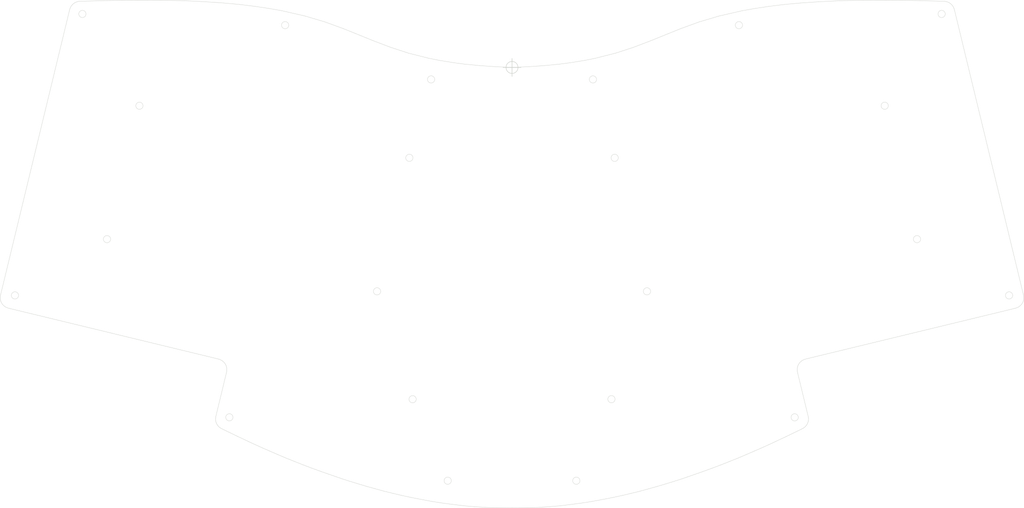
<source format=kicad_pcb>
(kicad_pcb (version 20211014) (generator pcbnew)

  (general
    (thickness 1.6)
  )

  (paper "A4")
  (layers
    (0 "F.Cu" signal)
    (31 "B.Cu" signal)
    (32 "B.Adhes" user "B.Adhesive")
    (33 "F.Adhes" user "F.Adhesive")
    (34 "B.Paste" user)
    (35 "F.Paste" user)
    (36 "B.SilkS" user "B.Silkscreen")
    (37 "F.SilkS" user "F.Silkscreen")
    (38 "B.Mask" user)
    (39 "F.Mask" user)
    (40 "Dwgs.User" user "User.Drawings")
    (41 "Cmts.User" user "User.Comments")
    (42 "Eco1.User" user "User.Eco1")
    (43 "Eco2.User" user "User.Eco2")
    (44 "Edge.Cuts" user)
    (45 "Margin" user)
    (46 "B.CrtYd" user "B.Courtyard")
    (47 "F.CrtYd" user "F.Courtyard")
    (48 "B.Fab" user)
    (49 "F.Fab" user)
    (50 "User.1" user)
    (51 "User.2" user)
    (52 "User.3" user)
    (53 "User.4" user)
    (54 "User.5" user)
    (55 "User.6" user)
    (56 "User.7" user)
    (57 "User.8" user)
    (58 "User.9" user)
  )

  (setup
    (pad_to_mask_clearance 0)
    (pcbplotparams
      (layerselection 0x00010fc_ffffffff)
      (disableapertmacros false)
      (usegerberextensions false)
      (usegerberattributes true)
      (usegerberadvancedattributes true)
      (creategerberjobfile true)
      (svguseinch false)
      (svgprecision 6)
      (excludeedgelayer true)
      (plotframeref false)
      (viasonmask false)
      (mode 1)
      (useauxorigin false)
      (hpglpennumber 1)
      (hpglpenspeed 20)
      (hpglpendiameter 15.000000)
      (dxfpolygonmode true)
      (dxfimperialunits true)
      (dxfusepcbnewfont true)
      (psnegative false)
      (psa4output false)
      (plotreference true)
      (plotvalue true)
      (plotinvisibletext false)
      (sketchpadsonfab false)
      (subtractmaskfromsilk false)
      (outputformat 1)
      (mirror false)
      (drillshape 1)
      (scaleselection 1)
      (outputdirectory "")
    )
  )

  (net 0 "")

  (gr_circle (center 120.009792 58.721568) (end 120.809791 59.321566) (layer "Edge.Cuts") (width 0.1) (fill none) (tstamp 00900888-df40-42d2-9a20-2a47b60bff0c))
  (gr_line (start 168.15319 154.431166) (end 165.86319 154.741166) (layer "Edge.Cuts") (width 0.1) (tstamp 018ccb75-05cb-41b7-bfc0-ad0e728163e3))
  (gr_circle (center 70.08319 130.701166) (end 70.88319 131.301166) (layer "Edge.Cuts") (width 0.1) (fill none) (tstamp 0232f8a2-8b90-494f-aecd-cdacc3ee32e8))
  (gr_line (start 96.54319 21.011166) (end 101.71319 22.891166) (layer "Edge.Cuts") (width 0.1) (tstamp 0235faee-fa11-4591-aabd-d8df60d6a7c9))
  (gr_line (start 66.30319 131.751166) (end 66.25319 131.491166) (layer "Edge.Cuts") (width 0.1) (tstamp 024c084a-5491-477b-aaaa-12fcc1f15fe7))
  (gr_line (start 135.21319 32.721166) (end 139.46319 33.131166) (layer "Edge.Cuts") (width 0.1) (tstamp 03e1b83f-5518-4f0e-b8e9-08c10417b3eb))
  (gr_line (start 97.62319 146.471166) (end 95.58319 145.761166) (layer "Edge.Cuts") (width 0.1) (tstamp 0484dc1c-c9f7-4ff7-a23a-ef898e9f9911))
  (gr_line (start 106.05319 149.231166) (end 103.35319 148.401166) (layer "Edge.Cuts") (width 0.1) (tstamp 0598677e-5272-4fe4-ab2b-606a282c2191))
  (gr_line (start 261.65319 15.121166) (end 268.47319 15.311166) (layer "Edge.Cuts") (width 0.1) (tstamp 05d6f052-325e-4e96-980e-d05926936f24))
  (gr_line (start 128.81319 154.431166) (end 126.31319 154.041166) (layer "Edge.Cuts") (width 0.1) (tstamp 064f0d56-524d-47ae-91d9-e065978a6ec1))
  (gr_line (start 199.34319 146.471166) (end 197.06319 147.261166) (layer "Edge.Cuts") (width 0.1) (tstamp 0659af77-1173-44d9-b8d5-b194e12027e5))
  (gr_line (start 7.70319 99.901166) (end 7.37319 99.601166) (layer "Edge.Cuts") (width 0.1) (tstamp 084064fa-5c53-4f32-a91d-27b324fb57ee))
  (gr_line (start 245.85319 15.001166) (end 252.22319 14.991166) (layer "Edge.Cuts") (width 0.1) (tstamp 086d551a-3675-405b-a3e1-cf21eea2e323))
  (gr_circle (center 226.88319 130.711166) (end 227.68319 131.311166) (layer "Edge.Cuts") (width 0.1) (fill none) (tstamp 088cd417-e5d2-4848-bd46-1d854abc2ce8))
  (gr_line (start 25.90319 17.251166) (end 26.04319 16.911166) (layer "Edge.Cuts") (width 0.1) (tstamp 0b7d6084-4321-4492-bcbd-a6f9bdee4a3a))
  (gr_line (start 208.74319 142.971166) (end 206.46319 143.881166) (layer "Edge.Cuts") (width 0.1) (tstamp 0bb42d5f-b6c6-42ca-959a-9ad340e026e3))
  (gr_line (start 229.81319 133.311166) (end 229.56319 133.511166) (layer "Edge.Cuts") (width 0.1) (tstamp 0bbecc2c-c6df-4e0b-b18c-491364daff18))
  (gr_circle (center 170.93319 36.971166) (end 171.73319 37.571166) (layer "Edge.Cuts") (width 0.1) (fill none) (tstamp 0c12c629-c4ca-4323-b38e-5b2bbb8af401))
  (gr_line (start 44.74319 14.991166) (end 51.11319 15.001166) (layer "Edge.Cuts") (width 0.1) (tstamp 0c5dc45b-6933-4dcd-84a3-a81abd68d432))
  (gr_line (start 161.75319 32.721166) (end 164.53319 32.351166) (layer "Edge.Cuts") (width 0.1) (tstamp 0de8ed92-f5ac-41e6-bbae-90bda83dda6b))
  (gr_line (start 6.92319 99.041166) (end 6.76319 98.721166) (layer "Edge.Cuts") (width 0.1) (tstamp 0e19e229-8e92-43f6-81fc-6d7ce491897b))
  (gr_line (start 289.59319 99.601166) (end 289.26319 99.901166) (layer "Edge.Cuts") (width 0.1) (tstamp 0e9bc97a-3ef4-4637-a9e7-77a13a5ce63f))
  (gr_line (start 68.83319 115.741166) (end 68.64319 115.511166) (layer "Edge.Cuts") (width 0.1) (tstamp 0ed1b89e-8745-4497-9abe-57d7202639db))
  (gr_line (start 148.48319 155.825166) (end 147.30319 155.831166) (layer "Edge.Cuts") (width 0.1) (tstamp 0f170552-9fbf-4744-8683-543fb15c4ae3))
  (gr_line (start 227.86319 116.201166) (end 227.75319 116.481166) (layer "Edge.Cuts") (width 0.1) (tstamp 10c57f7b-ebbd-4b42-a69c-b3e51b001af2))
  (gr_line (start 230.65319 130.511166) (end 230.70319 130.801166) (layer "Edge.Cuts") (width 0.1) (tstamp 11a257e2-3510-4753-9a4c-f649ff5f5d63))
  (gr_line (start 8.81319 100.421166) (end 8.44319 100.311166) (layer "Edge.Cuts") (width 0.1) (tstamp 13e436be-ef1f-48b0-bb22-3973a8be163b))
  (gr_line (start 230.33319 132.631166) (end 230.18319 132.861166) (layer "Edge.Cuts") (width 0.1) (tstamp 143b1df1-507b-41b7-a4c7-2e7909d5d803))
  (gr_line (start 186.89319 26.271166) (end 191.87319 24.251166) (layer "Edge.Cuts") (width 0.1) (tstamp 155fbd2e-150f-4ae6-a858-e730fa715af4))
  (gr_line (start 128.32319 31.691166) (end 132.43319 32.351166) (layer "Edge.Cuts") (width 0.1) (tstamp 18d30a6f-7361-467d-9533-a3f52b5792d9))
  (gr_line (start 270.75319 16.631166) (end 270.92319 16.911166) (layer "Edge.Cuts") (width 0.1) (tstamp 18e79758-5ebb-40ee-a7f8-014156659ffd))
  (gr_line (start 112.94319 151.181166) (end 110.45319 150.491166) (layer "Edge.Cuts") (width 0.1) (tstamp 19944280-2cd6-48cd-be82-c435ead804be))
  (gr_line (start 28.11319 15.361166) (end 28.49319 15.311166) (layer "Edge.Cuts") (width 0.1) (tstamp 19eac6f1-c746-4992-9e78-6dd77f936d58))
  (gr_line (start 95.58319 145.761166) (end 92.97319 144.811166) (layer "Edge.Cuts") (width 0.1) (tstamp 1aea5caa-2b22-47f8-b2a3-0576cef2f055))
  (gr_line (start 228.13319 115.741166) (end 227.98319 116.001166) (layer "Edge.Cuts") (width 0.1) (tstamp 1b4a7720-c2f5-4b53-b5fc-e478df849654))
  (gr_line (start 176.46319 152.931166) (end 174.60319 153.301166) (layer "Edge.Cuts") (width 0.1) (tstamp 1c48d1a6-d468-41e3-836b-6bc046661e3c))
  (gr_line (start 215.94319 17.281166) (end 219.73319 16.711166) (layer "Edge.Cuts") (width 0.1) (tstamp 1e629f7e-2af8-4596-a139-6690284d1539))
  (gr_line (start 69.30319 116.811166) (end 69.21319 116.481166) (layer "Edge.Cuts") (width 0.1) (tstamp 1f664f0c-7036-4e56-b444-de28662232b4))
  (gr_line (start 217.46319 139.301166) (end 215.72319 140.051166) (layer "Edge.Cuts") (width 0.1) (tstamp 1fc5c810-9a83-4741-9b69-48cb7d7585da))
  (gr_line (start 114.81319 28.071166) (end 119.75319 29.681166) (layer "Edge.Cuts") (width 0.1) (tstamp 1feae217-1d71-4844-9474-f37767f13e6c))
  (gr_line (start 289.83319 99.351166) (end 289.59319 99.601166) (layer "Edge.Cuts") (width 0.1) (tstamp 2010c88f-7b27-4d9b-9dfe-c67dc5fe4348))
  (gr_line (start 229.77319 114.571166) (end 229.37319 114.721166) (layer "Edge.Cuts") (width 0.1) (tstamp 216ed914-8e25-45ae-be3f-b1521b0a9242))
  (gr_line (start 99.90319 147.261166) (end 97.62319 146.471166) (layer "Edge.Cuts") (width 0.1) (tstamp 24d20a7d-c0ed-4f53-8c3d-0c655e1ebdd0))
  (gr_circle (center 126.03319 36.971166) (end 126.83319 37.571166) (layer "Edge.Cuts") (width 0.1) (fill none) (tstamp 2640aecc-3f14-4f59-9c2e-b16a0cb93f44))
  (gr_line (start 186.51319 150.491166) (end 184.02319 151.181166) (layer "Edge.Cuts") (width 0.1) (tstamp 273cff59-d8a7-4569-b0d9-51b02388e0c0))
  (gr_line (start 195.56319 147.781166) (end 193.61319 148.401166) (layer "Edge.Cuts") (width 0.1) (tstamp 2817eb8f-3fc7-40fe-809d-49de460cf7d9))
  (gr_line (start 205.88319 19.391166) (end 212.30319 17.921166) (layer "Edge.Cuts") (width 0.1) (tstamp 2899a03e-52cb-4083-a877-655993f2b835))
  (gr_line (start 184.02319 151.181166) (end 181.41319 151.821166) (layer "Edge.Cuts") (width 0.1) (tstamp 29b9779c-db0b-4421-bc21-bc39e3f26c05))
  (gr_line (start 230.71319 131.491166) (end 230.66319 131.751166) (layer "Edge.Cuts") (width 0.1) (tstamp 2aa8504e-e2b8-4292-a359-760657d57c6b))
  (gr_line (start 8.44319 100.311166) (end 8.05319 100.121166) (layer "Edge.Cuts") (width 0.1) (tstamp 2bfe092a-0f09-45b2-92bc-edeebfec8f50))
  (gr_line (start 69.37319 117.481166) (end 69.35319 117.121166) (layer "Edge.Cuts") (width 0.1) (tstamp 2d6a5931-f48c-4294-bd53-789885a478b1))
  (gr_line (start 66.63319 132.631166) (end 66.48319 132.321166) (layer "Edge.Cuts") (width 0.1) (tstamp 2ff4d309-4ae3-4763-8459-498eef9bc1ef))
  (gr_line (start 110.45319 150.491166) (end 108.21319 149.871166) (layer "Edge.Cuts") (width 0.1) (tstamp 30eaf8cc-da92-4d33-8547-8186824249af))
  (gr_line (start 230.66319 131.751166) (end 230.60319 132.011166) (layer "Edge.Cuts") (width 0.1) (tstamp 31abce8f-4f35-4aa5-8c31-2715fe89a171))
  (gr_line (start 67.15319 133.311166) (end 66.97319 133.101166) (layer "Edge.Cuts") (width 0.1) (tstamp 32b87ce6-09c6-4f74-a1a4-1efa698c33f7))
  (gr_line (start 195.25319 22.891166) (end 200.42319 21.011166) (layer "Edge.Cuts") (width 0.1) (tstamp 330025a8-0c6c-4fb9-9171-2904d1b7e410))
  (gr_line (start 206.46319 143.881166) (end 203.99319 144.811166) (layer "Edge.Cuts") (width 0.1) (tstamp 3559822b-1618-4113-abd9-10ddb41e9bd0))
  (gr_line (start 157.50319 33.131166) (end 161.75319 32.721166) (layer "Edge.Cuts") (width 0.1) (tstamp 356b4bf5-7ec2-4c58-8761-3965aa266ae8))
  (gr_line (start 27.80319 15.441166) (end 28.11319 15.361166) (layer "Edge.Cuts") (width 0.1) (tstamp 364a8df4-5a43-41ba-ac4b-7d11487e3611))
  (gr_line (start 153.13319 33.441166) (end 157.50319 33.131166) (layer "Edge.Cuts") (width 0.1) (tstamp 37968072-4120-49c3-82bc-30739e257550))
  (gr_line (start 252.22319 14.991166) (end 256.68319 15.011166) (layer "Edge.Cuts") (width 0.1) (tstamp 37fb15d2-384f-406a-965a-6d5b6718c9a9))
  (gr_line (start 271.06319 17.251166) (end 271.14319 17.451166) (layer "Edge.Cuts") (width 0.1) (tstamp 382dbb32-6d22-48d5-81e9-f8c5e56cafff))
  (gr_line (start 256.68319 15.011166) (end 261.65319 15.121166) (layer "Edge.Cuts") (width 0.1) (tstamp 39ffa91b-f1f8-4f08-91d6-8c6d91f90ae9))
  (gr_circle (center 111.043592 95.754768) (end 111.843591 96.354766) (layer "Edge.Cuts") (width 0.1) (fill none) (tstamp 3d7dfecb-6d47-4f19-be1a-b7e0d3c73777))
  (gr_line (start 25.72319 17.831166) (end 25.82319 17.451166) (layer "Edge.Cuts") (width 0.1) (tstamp 3fe2fcb1-cdd0-43c4-be72-ab162d8d85cd))
  (gr_line (start 77.23319 16.711166) (end 81.02319 17.281166) (layer "Edge.Cuts") (width 0.1) (tstamp 409c7d19-4131-464f-a42a-1fefe5e09ca1))
  (gr_line (start 181.41319 151.821166) (end 179.12319 152.361166) (layer "Edge.Cuts") (width 0.1) (tstamp 419b7174-6d18-410f-8870-a42cf8464fa5))
  (gr_line (start 270.53319 16.341166) (end 270.75319 16.631166) (layer "Edge.Cuts") (width 0.1) (tstamp 4296b265-d111-4a87-ba7c-5ff3759fb29b))
  (gr_line (start 84.66319 17.921166) (end 91.08319 19.391166) (layer "Edge.Cuts") (width 0.1) (tstamp 43edc6f3-8cd6-43f2-b257-a62b0e9badb8))
  (gr_line (start 66.31319 130.511166) (end 69.25319 118.381166) (layer "Edge.Cuts") (width 0.1) (tstamp 442df40c-99eb-473f-9f9a-ab65e9e6aa43))
  (gr_line (start 66.97319 133.101166) (end 66.78319 132.861166) (layer "Edge.Cuts") (width 0.1) (tstamp 4453ed11-eba5-49cd-8b58-05c385c4ba20))
  (gr_line (start 35.31319 15.121166) (end 40.28319 15.011166) (layer "Edge.Cuts") (width 0.1) (tstamp 452d6a45-5f0e-4273-bc3f-ed22e45b70da))
  (gr_line (start 269.16319 15.441166) (end 269.49319 15.561166) (layer "Edge.Cuts") (width 0.1) (tstamp 470f8621-5129-4545-b4b6-cee02c67f998))
  (gr_line (start 230.70319 130.801166) (end 230.72319 131.091166) (layer "Edge.Cuts") (width 0.1) (tstamp 48330d99-0d39-49ce-aab0-df06224455d8))
  (gr_circle (center 251.861192 44.268968) (end 252.661191 44.868966) (layer "Edge.Cuts") (width 0.1) (fill none) (tstamp 4855be0e-6143-41c4-8c6a-af31e07a81b2))
  (gr_line (start 90.50319 143.881166) (end 88.22319 142.971166) (layer "Edge.Cuts") (width 0.1) (tstamp 4873f97c-1ea6-411c-9328-08e9698c0b99))
  (gr_line (start 288.15319 100.421166) (end 287.78319 100.521166) (layer "Edge.Cuts") (width 0.1) (tstamp 4b29693c-e82e-47c8-ac57-638d942185ea))
  (gr_line (start 290.45319 97.671166) (end 290.40319 98.051166) (layer "Edge.Cuts") (width 0.1) (tstamp 4b524444-d122-4590-bab6-54ca6b1b73e9))
  (gr_line (start 66.78319 132.861166) (end 66.63319 132.631166) (layer "Edge.Cuts") (width 0.1) (tstamp 4b6b0586-d054-43f1-9b6d-71f70594e087))
  (gr_line (start 26.66319 16.111166) (end 26.90319 15.901166) (layer "Edge.Cuts") (width 0.1) (tstamp 4c6e1ed2-ee11-440b-ad9a-d3dbb547e53c))
  (gr_line (start 135.08319 155.241166) (end 131.10319 154.741166) (layer "Edge.Cuts") (width 0.1) (tstamp 4cb7bed2-285d-476c-9b33-48a400e1a120))
  (gr_line (start 288.52319 100.311166) (end 288.15319 100.421166) (layer "Edge.Cuts") (width 0.1) (tstamp 4cce6922-a223-42ee-90b7-ce259f5acfb3))
  (gr_line (start 69.10319 116.201166) (end 68.98319 116.001166) (layer "Edge.Cuts") (width 0.1) (tstamp 4d852b7d-e3d8-46de-af96-65bcffa7e924))
  (gr_line (start 229.00319 133.861166) (end 228.73319 134.001166) (layer "Edge.Cuts") (width 0.1) (tstamp 4dc6bd0d-b056-4c46-949e-041f134c7731))
  (gr_circle (center 211.42319 21.921166) (end 212.22319 22.521166) (layer "Edge.Cuts") (width 0.1) (fill none) (tstamp 4f519fe0-b179-4039-92f8-a7f4755bea0a))
  (gr_line (start 227.59319 117.481166) (end 227.60319 117.771166) (layer "Edge.Cuts") (width 0.1) (tstamp 500ce1bc-ca5e-43c4-abe6-fec723e0a332))
  (gr_line (start 211.18319 142.001166) (end 208.74319 142.971166) (layer "Edge.Cuts") (width 0.1) (tstamp 50512043-1f41-4197-a943-725ae576fff0))
  (gr_line (start 219.73319 16.711166) (end 224.02319 16.181166) (layer "Edge.Cuts") (width 0.1) (tstamp 52c3f55c-ba64-4a31-8a11-5f604847f09c))
  (gr_line (start 191.87319 24.251166) (end 195.25319 22.891166) (layer "Edge.Cuts") (width 0.1) (tstamp 53c4d1b9-c7b2-414d-860d-6eea06f5769b))
  (gr_circle (center 176.956592 58.721568) (end 177.756591 59.321566) (layer "Edge.Cuts") (width 0.1) (fill none) (tstamp 54422535-a3b9-45ca-a1b1-720fc81bc1c7))
  (gr_line (start 67.59319 114.721166) (end 67.19319 114.571166) (layer "Edge.Cuts") (width 0.1) (tstamp 54912690-ec58-4e3a-86e4-52aa1c7f3d40))
  (gr_line (start 131.10319 154.741166) (end 128.81319 154.431166) (layer "Edge.Cuts") (width 0.1) (tstamp 54ba8d5c-ae68-4c61-beb5-d089bda3f8ab))
  (gr_line (start 179.12319 152.361166) (end 176.46319 152.931166) (layer "Edge.Cuts") (width 0.1) (tstamp 54da4f9c-e2d8-4fd0-a0c0-b941c0c38680))
  (gr_line (start 66.36319 132.011166) (end 66.30319 131.751166) (layer "Edge.Cuts") (width 0.1) (tstamp 5613801d-597a-401d-a72e-0c4e6be2a767))
  (gr_line (start 101.71319 22.891166) (end 105.09319 24.251166) (layer "Edge.Cuts") (width 0.1) (tstamp 56a48c2a-7c3a-433b-8b08-a8ba82abfd78))
  (gr_line (start 68.23319 134.001166) (end 67.96319 133.861166) (layer "Edge.Cuts") (width 0.1) (tstamp 5755a2bf-f4e7-41a5-a391-4d88bd5caad3))
  (gr_line (start 143.83319 33.441166) (end 148.48319 33.641166) (layer "Edge.Cuts") (width 0.1) (tstamp 586e0cfe-8225-4c54-a0de-60a15fba3b5a))
  (gr_line (start 154.24319 155.791166) (end 149.66319 155.831166) (layer "Edge.Cuts") (width 0.1) (tstamp 58bf0728-8cea-43ff-b75b-4443205c195d))
  (gr_line (start 91.08319 19.391166) (end 96.54319 21.011166) (layer "Edge.Cuts") (width 0.1) (tstamp 5946362e-dcfa-429a-a61a-569a27ebdbb9))
  (gr_line (start 219.74319 138.271166) (end 217.46319 139.301166) (layer "Edge.Cuts") (width 0.1) (tstamp 59c41765-36b4-4e45-bb5b-df9fdbaca45e))
  (gr_line (start 149.66319 155.831166) (end 148.48319 155.825166) (layer "Edge.Cuts") (width 0.1) (tstamp 5d8b2a30-229c-462c-9067-54bd0eed7674))
  (gr_circle (center 176.06319 125.671166) (end 176.86319 126.271166) (layer "Edge.Cuts") (width 0.1) (fill none) (tstamp 5ff46ab4-7ee8-469a-b840-783c7ec64b9f))
  (gr_circle (center 36.138992 81.276768) (end 36.938991 81.876766) (layer "Edge.Cuts") (width 0.1) (fill none) (tstamp 621b2670-e355-4bd1-b181-99893822ac08))
  (gr_line (start 101.40319 147.781166) (end 99.90319 147.261166) (layer "Edge.Cuts") (width 0.1) (tstamp 62ec81ab-1730-4ee8-8247-e172265d59e5))
  (gr_line (start 115.55319 151.821166) (end 112.94319 151.181166) (layer "Edge.Cuts") (width 0.1) (tstamp 649d0b5f-6e2b-4699-9d3f-febe8f0ca462))
  (gr_line (start 201.38319 145.761166) (end 199.34319 146.471166) (layer "Edge.Cuts") (width 0.1) (tstamp 65eff6c5-93db-4c62-a01a-8fdb9b0ff794))
  (gr_line (start 227.75319 116.481166) (end 227.66319 116.811166) (layer "Edge.Cuts") (width 0.1) (tstamp 6784d819-8e1e-48b8-b66d-79edf3e81091))
  (gr_line (start 125.33319 31.091166) (end 128.32319 31.691166) (layer "Edge.Cuts") (width 0.1) (tstamp 67855197-eeeb-48d8-94af-eec739b9b352))
  (gr_line (start 270.30319 16.111166) (end 270.53319 16.341166) (layer "Edge.Cuts") (width 0.1) (tstamp 69ac0112-8d06-4154-9813-cdbbc1a05ae0))
  (gr_line (start 122.36319 153.301166) (end 120.50319 152.931166) (layer "Edge.Cuts") (width 0.1) (tstamp 6b87a9e2-9e84-42b6-9604-7dd9e71c1ae1))
  (gr_line (start 228.32319 115.511166) (end 228.13319 115.741166) (layer "Edge.Cuts") (width 0.1) (tstamp 6bea0384-1ea5-49c1-ad1c-56c034692115))
  (gr_line (start 27.15319 15.731166) (end 27.47319 15.561166) (layer "Edge.Cuts") (width 0.1) (tstamp 6c4e8f73-0ffd-459e-a72e-5860a2b1dffe))
  (gr_line (start 6.76319 98.721166) (end 6.63319 98.371166) (layer "Edge.Cuts") (width 0.1) (tstamp 6d013a3b-e4d4-482b-8739-8c68ceb488d1))
  (gr_line (start 8.05319 100.121166) (end 7.70319 99.901166) (layer "Edge.Cuts") (width 0.1) (tstamp 6d4a9575-1516-423b-a14f-f9c628ebc8ff))
  (gr_line (start 88.22319 142.971166) (end 85.78319 142.001166) (layer "Edge.Cuts") (width 0.1) (tstamp 6d597709-0790-4cd9-92a1-8d62ee2d8114))
  (gr_line (start 6.51319 97.671166) (end 6.50319 97.341166) (layer "Edge.Cuts") (width 0.1) (tstamp 6ebf23b2-b4c9-488c-9c8d-d62deada28b2))
  (gr_line (start 182.15319 28.071166) (end 186.89319 26.271166) (layer "Edge.Cuts") (width 0.1) (tstamp 71551403-a603-4a2a-8995-f73d204f4fed))
  (gr_line (start 6.56319 98.051166) (end 6.51319 97.671166) (layer "Edge.Cuts") (width 0.1) (tstamp 72e8f123-0bc8-4f5c-8f5e-c042829ee45d))
  (gr_line (start 6.50319 97.341166) (end 6.56319 96.951166) (layer "Edge.Cuts") (width 0.1) (tstamp 7347dd99-e39b-41b9-9302-aad612df25bc))
  (gr_line (start 68.64319 115.511166) (end 68.41319 115.261166) (layer "Edge.Cuts") (width 0.1) (tstamp 73b22a60-71f2-4bb7-9453-6823495ea9cb))
  (gr_line (start 40.28319 15.011166) (end 44.74319 14.991166) (layer "Edge.Cuts") (width 0.1) (tstamp 73fcbce4-35ba-40d5-8430-35a1d334968d))
  (gr_line (start 170.65319 154.041166) (end 168.15319 154.431166) (layer "Edge.Cuts") (width 0.1) (tstamp 74b3edc5-0312-478f-a42f-710e45344702))
  (gr_line (start 132.43319 32.351166) (end 135.21319 32.721166) (layer "Edge.Cuts") (width 0.1) (tstamp 75bef48a-1b13-4ec7-98e4-85880b80e90c))
  (gr_line (start 230.72319 131.091166) (end 230.71319 131.491166) (layer "Edge.Cuts") (width 0.1) (tstamp 77b730e8-e56f-43f3-8f3a-67fea38e8ff5))
  (gr_line (start 288.91319 100.121166) (end 288.52319 100.311166) (layer "Edge.Cuts") (width 0.1) (tstamp 797c4ba9-b4b2-47d0-aa33-4f31aa5191f5))
  (gr_line (start 66.48319 132.321166) (end 66.36319 132.011166) (layer "Edge.Cuts") (width 0.1) (tstamp 7a4b7bca-94d2-4995-8ce6-b3ee85c4fa35))
  (gr_line (start 85.78319 142.001166) (end 83.45319 141.011166) (layer "Edge.Cuts") (width 0.1) (tstamp 7aae25a9-ebd8-4cdc-acd2-3dec1f6b8e99))
  (gr_line (start 229.06319 114.891166) (end 228.78319 115.081166) (layer "Edge.Cuts") (width 0.1) (tstamp 8196a22e-d00b-4984-9abe-42f99fcbceeb))
  (gr_line (start 165.86319 154.741166) (end 161.88319 155.241166) (layer "Edge.Cuts") (width 0.1) (tstamp 81cb6de4-3919-4208-a0ce-2091647d35cf))
  (gr_line (start 227.60319 117.771166) (end 227.65319 118.091166) (layer "Edge.Cuts") (width 0.1) (tstamp 827d6844-31cc-4cf4-8d83-2bd7a9c46354))
  (gr_line (start 230.48319 132.321166) (end 230.33319 132.631166) (layer "Edge.Cuts") (width 0.1) (tstamp 84987e57-c0b0-40c0-aa1e-8eec4c5c7e5c))
  (gr_line (start 6.66319 96.551166) (end 25.72319 17.831166) (layer "Edge.Cuts") (width 0.1) (tstamp 856ed67a-d91c-4e25-b9e2-f18921e63756))
  (gr_line (start 227.65319 118.091166) (end 227.71319 118.381166) (layer "Edge.Cuts") (width 0.1) (tstamp 8662ef8a-d8ce-4610-8d58-93d38a4e6972))
  (gr_line (start 161.88319 155.241166) (end 158.90319 155.481166) (layer "Edge.Cuts") (width 0.1) (tstamp 86765719-105b-45f6-a073-a2da8bfa2b0e))
  (gr_line (start 228.55319 115.261166) (end 228.32319 115.511166) (layer "Edge.Cuts") (width 0.1) (tstamp 86b55312-6768-4c81-b93d-823a41843233))
  (gr_line (start 188.75319 149.871166) (end 186.51319 150.491166) (layer "Edge.Cuts") (width 0.1) (tstamp 8767c5be-d385-4d72-806a-c6064268d86b))
  (gr_line (start 203.99319 144.811166) (end 201.38319 145.761166) (layer "Edge.Cuts") (width 0.1) (tstamp 885ca2a3-5616-4b71-a9f8-89834bdd0ced))
  (gr_line (start 57.56319 15.141166) (end 63.46319 15.431166) (layer "Edge.Cuts") (width 0.1) (tstamp 889b66ac-594d-4b04-9d7e-3f3cc08103b2))
  (gr_line (start 271.24319 17.831166) (end 290.30319 96.551166) (layer "Edge.Cuts") (width 0.1) (tstamp 8aba42dc-0b21-4100-a8a5-f3d64ad10dc3))
  (gr_line (start 72.42319 136.021166) (end 68.23319 134.001166) (layer "Edge.Cuts") (width 0.1) (tstamp 8acee67e-9c73-4009-8858-fbee6b936e23))
  (gr_line (start 110.07319 26.271166) (end 114.81319 28.071166) (layer "Edge.Cuts") (width 0.1) (tstamp 8f1a6389-a847-4c72-9439-db9acfe6bd27))
  (gr_line (start 290.04319 99.041166) (end 289.83319 99.351166) (layer "Edge.Cuts") (width 0.1) (tstamp 927b1825-4529-47b0-837c-c17002aed481))
  (gr_circle (center 267.65319 18.811166) (end 268.45319 19.411166) (layer "Edge.Cuts") (width 0.1) (fill none) (tstamp 96488774-068c-4eb4-ab92-bf54ad4d9b5a))
  (gr_line (start 6.56319 96.951166) (end 6.66319 96.551166) (layer "Edge.Cuts") (width 0.1) (tstamp 974a3e96-d5de-4b14-8a12-7aecd7834b22))
  (gr_line (start 270.06319 15.901166) (end 270.30319 16.111166) (layer "Edge.Cuts") (width 0.1) (tstamp 98b74f30-0494-4a2f-9265-c86fc0354694))
  (gr_line (start 68.41319 115.261166) (end 68.18319 115.081166) (layer "Edge.Cuts") (width 0.1) (tstamp 98c5e956-d23f-4083-ad71-fb3276cfe001))
  (gr_line (start 227.66319 116.811166) (end 227.61319 117.121166) (layer "Edge.Cuts") (width 0.1) (tstamp 99a72be7-b052-45a5-a81c-c01879af864a))
  (gr_line (start 66.26319 130.801166) (end 66.31319 130.511166) (layer "Edge.Cuts") (width 0.1) (tstamp 99a882d5-1531-4506-9405-a3909497324e))
  (gr_line (start 27.47319 15.561166) (end 27.80319 15.441166) (layer "Edge.Cuts") (width 0.1) (tstamp 9a0098c7-0f06-4798-8345-3fab33a41941))
  (gr_line (start 26.43319 16.341166) (end 26.66319 16.111166) (layer "Edge.Cuts") (width 0.1) (tstamp 9d05efa6-c335-40cb-8451-b925832a8438))
  (gr_line (start 79.50319 139.301166) (end 77.22319 138.271166) (layer "Edge.Cuts") (width 0.1) (tstamp 9e43f56a-2dec-478f-9830-a6ed65bf83fd))
  (gr_line (start 290.40319 96.951166) (end 290.46319 97.341166) (layer "Edge.Cuts") (width 0.1) (tstamp 9e6b156b-1061-47ca-be65-060975e31bf4))
  (gr_line (start 271.14319 17.451166) (end 271.24319 17.831166) (layer "Edge.Cuts") (width 0.1) (tstamp a1fae3d4-c177-484f-80dd-30851aaee071))
  (gr_line (start 67.40319 133.511166) (end 67.15319 133.311166) (layer "Edge.Cuts") (width 0.1) (tstamp a2c94c59-b689-4922-a8b9-6d1bdbb295c2))
  (gr_line (start 147.30319 155.831166) (end 142.72319 155.791166) (layer "Edge.Cuts") (width 0.1) (tstamp a34ec77c-3860-4043-8d4f-0330ae944adf))
  (gr_line (start 200.42319 21.011166) (end 205.88319 19.391166) (layer "Edge.Cuts") (width 0.1) (tstamp a6750122-8d9f-4ea1-8f4b-1dab1e1c8c83))
  (gr_line (start 171.63319 31.091166) (end 177.21319 29.681166) (layer "Edge.Cuts") (width 0.1) (tstamp a6edb3c2-82b8-4fa8-9def-683d9c472612))
  (gr_line (start 269.81319 15.731166) (end 270.06319 15.901166) (layer "Edge.Cuts") (width 0.1) (tstamp a815d1f5-2344-45c3-9110-bf7777a198ee))
  (gr_circle (center 130.64319 148.281166) (end 131.44319 148.881166) (layer "Edge.Cuts") (width 0.1) (fill none) (tstamp a838112a-de27-4a90-8d35-e4b3039968fc))
  (gr_line (start 224.54319 136.021166) (end 221.57319 137.421166) (layer "Edge.Cuts") (width 0.1) (tstamp a92188de-a7b3-4755-b4f2-b790a5d37181))
  (gr_line (start 287.78319 100.521166) (end 229.77319 114.571166) (layer "Edge.Cuts") (width 0.1) (tstamp aa464e04-bb96-47b7-b0a7-4f6de1cbfae0))
  (gr_line (start 289.26319 99.901166) (end 288.91319 100.121166) (layer "Edge.Cuts") (width 0.1) (tstamp aab436fa-2cc6-4df8-944f-965fc01e05f4))
  (gr_circle (center 29.31319 18.811166) (end 30.11319 19.411166) (layer "Edge.Cuts") (width 0.1) (fill none) (tstamp ab2c9404-dba8-4d1d-89f1-f8d1ca607eb3))
  (gr_line (start 69.36319 117.771166) (end 69.37319 117.481166) (layer "Edge.Cuts") (width 0.1) (tstamp ab6fdd28-b9ba-4d7b-aed5-0a3e61f235f3))
  (gr_line (start 142.72319 155.791166) (end 138.06319 155.481166) (layer "Edge.Cuts") (width 0.1) (tstamp adfe0dba-7152-4108-8468-d40948163a73))
  (gr_line (start 227.98319 116.001166) (end 227.86319 116.201166) (layer "Edge.Cuts") (width 0.1) (tstamp ae2ecc4b-78db-47a8-9f55-59df638882b3))
  (gr_circle (center 85.54319 21.921166) (end 86.34319 22.521166) (layer "Edge.Cuts") (width 0.1) (fill none) (tstamp af0dfd5d-e211-46f7-9b63-ecfae5a87742))
  (gr_line (start 139.46319 33.131166) (end 143.83319 33.441166) (layer "Edge.Cuts") (width 0.1) (tstamp af7d1a87-7a74-4d47-b439-86ee498a7477))
  (gr_line (start 190.91319 149.231166) (end 188.75319 149.871166) (layer "Edge.Cuts") (width 0.1) (tstamp b0f3d655-5782-479e-a26f-4a0b6ad8db4a))
  (gr_line (start 63.46319 15.431166) (end 68.47319 15.771166) (layer "Edge.Cuts") (width 0.1) (tstamp b3e06061-91ce-459d-abf1-7ffd5ba3d713))
  (gr_line (start 270.92319 16.911166) (end 271.06319 17.251166) (layer "Edge.Cuts") (width 0.1) (tstamp b3ef4f96-b0c6-4369-90c3-7bbb7de67711))
  (gr_line (start 69.25319 118.381166) (end 69.31319 118.091166) (layer "Edge.Cuts") (width 0.1) (tstamp b4295581-cace-452b-8597-437557d20998))
  (gr_line (start 126.31319 154.041166) (end 122.36319 153.301166) (layer "Edge.Cuts") (width 0.1) (tstamp b48e3fb5-c692-4be7-88a9-9291b35dab60))
  (gr_line (start 233.50319 15.431166) (end 239.40319 15.141166) (layer "Edge.Cuts") (width 0.1) (tstamp b4c99c7b-b4e6-4afa-9c1e-80c9731f2a36))
  (gr_line (start 69.35319 117.121166) (end 69.30319 116.811166) (layer "Edge.Cuts") (width 0.1) (tstamp b7b2dd33-2425-4a9a-aac8-06a4892a656c))
  (gr_line (start 66.25319 131.491166) (end 66.24319 131.091166) (layer "Edge.Cuts") (width 0.1) (tstamp b84c47f5-132e-48ea-85e4-86ed72edf502))
  (gr_line (start 229.37319 114.721166) (end 229.06319 114.891166) (layer "Edge.Cuts") (width 0.1) (tstamp b9235fd2-2b0c-4549-9009-b6bfa798c0f7))
  (gr_line (start 6.63319 98.371166) (end 6.56319 98.051166) (layer "Edge.Cuts") (width 0.1) (tstamp b976339d-e23f-413f-9e9d-e93e2b444e20))
  (gr_line (start 228.73319 134.001166) (end 224.54319 136.021166) (layer "Edge.Cuts") (width 0.1) (tstamp b99a054a-0955-4fc1-ad51-f32e25763674))
  (gr_line (start 117.84319 152.361166) (end 115.55319 151.821166) (layer "Edge.Cuts") (width 0.1) (tstamp b9ac01b6-4628-4383-98fb-611213938274))
  (gr_line (start 269.49319 15.561166) (end 269.81319 15.731166) (layer "Edge.Cuts") (width 0.1) (tstamp bb6e456f-30af-4e74-b8f1-4af325d1c05b))
  (gr_circle (center 10.60319 96.881166) (end 11.40319 97.481166) (layer "Edge.Cuts") (width 0.1) (fill none) (tstamp bbbcdb96-32a8-478a-8e2d-945efe68ae8f))
  (gr_line (start 9.18319 100.521166) (end 8.81319 100.421166) (layer "Edge.Cuts") (width 0.1) (tstamp bdd6c098-4847-41d5-8c62-9fac027e009b))
  (gr_line (start 119.75319 29.681166) (end 125.33319 31.091166) (layer "Edge.Cuts") (width 0.1) (tstamp bea99b03-0d03-46bd-9944-c3c558a1b451))
  (gr_line (start 290.30319 96.551166) (end 290.40319 96.951166) (layer "Edge.Cuts") (width 0.1) (tstamp c0053588-042a-47dc-a931-96eae35313ea))
  (gr_line (start 77.22319 138.271166) (end 75.39319 137.421166) (layer "Edge.Cuts") (width 0.1) (tstamp c0473978-eea4-4242-a5ff-c5eb4c8b900d))
  (gr_line (start 105.09319 24.251166) (end 110.07319 26.271166) (layer "Edge.Cuts") (width 0.1) (tstamp c09d0f46-b46b-434a-8c10-bdcb86764b0f))
  (gr_line (start 83.45319 141.011166) (end 81.24319 140.051166) (layer "Edge.Cuts") (width 0.1) (tstamp c1b104e8-ed32-483b-9c84-4d06938e41f1))
  (gr_line (start 290.46319 97.341166) (end 290.45319 97.671166) (layer "Edge.Cuts") (width 0.1) (tstamp c1d028f3-91e9-41f8-8563-411af756b606))
  (gr_line (start 215.72319 140.051166) (end 213.51319 141.011166) (layer "Edge.Cuts") (width 0.1) (tstamp c1f1f224-dfec-40eb-a72e-a52df72032f4))
  (gr_circle (center 286.36319 96.881166) (end 287.16319 97.481166) (layer "Edge.Cuts") (width 0.1) (fill none) (tstamp c22a8733-5314-42ca-8f20-807e1149d7a3))
  (gr_line (start 193.61319 148.401166) (end 190.91319 149.231166) (layer "Edge.Cuts") (width 0.1) (tstamp c2abccbb-3945-4b33-8050-98e62d5ac0de))
  (gr_circle (center 185.922792 95.754768) (end 186.722791 96.354766) (layer "Edge.Cuts") (width 0.1) (fill none) (tstamp c3deb2f1-0939-4cd3-9fcc-420d8ed0f559))
  (gr_line (start 227.71319 118.381166) (end 230.65319 130.511166) (layer "Edge.Cuts") (width 0.1) (tstamp c4b5cc7e-b818-41ab-80c6-7dbe08ab06db))
  (gr_line (start 158.90319 155.481166) (end 154.24319 155.791166) (layer "Edge.Cuts") (width 0.1) (tstamp c54a0bce-1a8b-47b2-8b4c-c2229768d3ed))
  (gr_line (start 28.49319 15.311166) (end 35.31319 15.121166) (layer "Edge.Cuts") (width 0.1) (tstamp c5be3710-778c-4eca-9368-502b285823ca))
  (gr_line (start 228.49319 15.771166) (end 233.50319 15.431166) (layer "Edge.Cuts") (width 0.1) (tstamp c6f82095-66e1-4ba5-b0b0-39155e0b0f5e))
  (gr_line (start 51.11319 15.001166) (end 57.56319 15.141166) (layer "Edge.Cuts") (width 0.1) (tstamp c98c9415-7b4c-4fbd-a016-82215e00efe3))
  (gr_line (start 25.82319 17.451166) (end 25.90319 17.251166) (layer "Edge.Cuts") (width 0.1) (tstamp ca44c1e3-a144-4340-bd36-a08a3f350d9c))
  (gr_line (start 108.21319 149.871166) (end 106.05319 149.231166) (layer "Edge.Cuts") (width 0.1) (tstamp cbc6ccec-590e-48df-acf6-2cb588f81f4d))
  (gr_line (start 239.40319 15.141166) (end 245.85319 15.001166) (layer "Edge.Cuts") (width 0.1) (tstamp cc24f57f-b863-408d-a51a-3c8824545289))
  (gr_line (start 103.35319 148.401166) (end 101.40319 147.781166) (layer "Edge.Cuts") (width 0.1) (tstamp ccf01236-c581-471f-8427-307364954a10))
  (gr_line (start 290.20319 98.721166) (end 290.04319 99.041166) (layer "Edge.Cuts") (width 0.1) (tstamp cfe00276-fb20-4d60-a139-553295e4107d))
  (gr_line (start 174.60319 153.301166) (end 170.65319 154.041166) (layer "Edge.Cuts") (width 0.1) (tstamp cff54156-db30-4d34-a469-76470820a537))
  (gr_circle (center 166.32319 148.281166) (end 167.12319 148.881166) (layer "Edge.Cuts") (width 0.1) (fill none) (tstamp d15777ff-392f-428c-95fb-59e46132b2d7))
  (gr_line (start 164.53319 32.351166) (end 168.64319 31.691166) (layer "Edge.Cuts") (width 0.1) (tstamp d28cfe0e-11d5-4c6c-89ee-8b112af80a60))
  (gr_line (start 68.47319 15.771166) (end 72.94319 16.181166) (layer "Edge.Cuts") (width 0.1) (tstamp d29563fd-5682-407d-8538-ed1ace7dc1e1))
  (gr_line (start 68.18319 115.081166) (end 67.90319 114.891166) (layer "Edge.Cuts") (width 0.1) (tstamp d394a32f-8a41-4b61-94c6-ec356e5f7100))
  (gr_line (start 72.94319 16.181166) (end 77.23319 16.711166) (layer "Edge.Cuts") (width 0.1) (tstamp d4876ea2-5fd7-4df8-b65e-c99844a3dc76))
  (gr_line (start 197.06319 147.261166) (end 195.56319 147.781166) (layer "Edge.Cuts") (width 0.1) (tstamp d4f5a899-af3d-43f9-8785-c1dbb8bc9268))
  (gr_line (start 224.02319 16.181166) (end 228.49319 15.771166) (layer "Edge.Cuts") (width 0.1) (tstamp d7c22c56-ddfd-452d-ac7d-206c006676c0))
  (gr_line (start 230.60319 132.011166) (end 230.48319 132.321166) (layer "Edge.Cuts") (width 0.1) (tstamp d88fd9b0-97f0-4a68-aa6a-f2248aa91a59))
  (gr_line (start 67.65319 133.691166) (end 67.40319 133.511166) (layer "Edge.Cuts") (width 0.1) (tstamp d9f80868-96ca-4df3-b5d5-f6f13e0a11a0))
  (gr_line (start 229.99319 133.101166) (end 229.81319 133.311166) (layer "Edge.Cuts") (width 0.1) (tstamp da074d1e-4587-4947-9c9d-9470f0259973))
  (gr_line (start 230.18319 132.861166) (end 229.99319 133.101166) (layer "Edge.Cuts") (width 0.1) (tstamp da8a700d-08d7-401c-80d1-6c4ffba9c596))
  (gr_line (start 229.31319 133.691166) (end 229.00319 133.861166) (layer "Edge.Cuts") (width 0.1) (tstamp dac9b8a5-79d0-4f33-949b-ac544c89a616))
  (gr_line (start 69.21319 116.481166) (end 69.10319 116.201166) (layer "Edge.Cuts") (width 0.1) (tstamp dad606db-8d6a-4842-a91a-9973ce422720))
  (gr_line (start 268.85319 15.361166) (end 269.16319 15.441166) (layer "Edge.Cuts") (width 0.1) (tstamp db0feae4-ef07-4028-96ad-1f5ec554d29b))
  (gr_circle (center 45.130592 44.268968) (end 45.930591 44.868966) (layer "Edge.Cuts") (width 0.1) (fill none) (tstamp db76666c-a33f-49b8-ae24-6f980f6cd506))
  (gr_line (start 26.21319 16.631166) (end 26.43319 16.341166) (layer "Edge.Cuts") (width 0.1) (tstamp db97e890-83c6-4783-a732-e001829dc196))
  (gr_line (start 67.96319 133.861166) (end 67.65319 133.691166) (layer "Edge.Cuts") (width 0.1) (tstamp dc629a79-7448-4f43-9cc7-eff0c90ecc2a))
  (gr_line (start 168.64319 31.691166) (end 171.63319 31.091166) (layer "Edge.Cuts") (width 0.1) (tstamp dda61d9f-91bf-4ee9-9e0d-4b5410ae9bb4))
  (gr_line (start 67.90319 114.891166) (end 67.59319 114.721166) (layer "Edge.Cuts") (width 0.1) (tstamp ddea7b6e-dc45-44f2-b19c-8f1e4f3bfc9b))
  (gr_line (start 138.06319 155.481166) (end 135.08319 155.241166) (layer "Edge.Cuts") (width 0.1) (tstamp df4e8ac6-27fd-4413-8cd8-255735560498))
  (gr_line (start 75.39319 137.421166) (end 72.42319 136.021166) (layer "Edge.Cuts") (width 0.1) (tstamp e2b7233f-fcb8-497c-a2b6-c60fa4b966dc))
  (gr_line (start 177.21319 29.681166) (end 182.15319 28.071166) (layer "Edge.Cuts") (width 0.1) (tstamp e2c36697-554a-4db9-845b-1104dce46f59))
  (gr_line (start 228.78319 115.081166) (end 228.55319 115.261166) (layer "Edge.Cuts") (width 0.1) (tstamp e3209fc8-4416-4d6f-9a82-8b34c13955ad))
  (gr_line (start 120.50319 152.931166) (end 117.84319 152.361166) (layer "Edge.Cuts") (width 0.1) (tstamp e371a009-cc2b-448e-91c8-8de130506843))
  (gr_circle (center 120.90319 125.681166) (end 121.70319 126.281166) (layer "Edge.Cuts") (width 0.1) (fill none) (tstamp e39a47ca-19da-4b40-b8f6-a156ead87dab))
  (gr_line (start 148.48319 33.641166) (end 153.13319 33.441166) (layer "Edge.Cuts") (width 0.1) (tstamp e49b2769-8774-44e9-8f41-7b6adf443734))
  (gr_line (start 212.30319 17.921166) (end 215.94319 17.281166) (layer "Edge.Cuts") (width 0.1) (tstamp e4b7ecd1-a0a2-46f7-b912-3bbaa3b87973))
  (gr_line (start 213.51319 141.011166) (end 211.18319 142.001166) (layer "Edge.Cuts") (width 0.1) (tstamp e4bce37f-2153-4e56-8772-cb7f2a4cd661))
  (gr_line (start 229.56319 133.511166) (end 229.31319 133.691166) (layer "Edge.Cuts") (width 0.1) (tstamp e55436e4-8a64-4926-ae1e-8b99c7a426e0))
  (gr_line (start 7.13319 99.351166) (end 6.92319 99.041166) (layer "Edge.Cuts") (width 0.1) (tstamp e5bfee6d-2619-47b2-b0af-d1434969cc0e))
  (gr_line (start 68.98319 116.001166) (end 68.83319 115.741166) (layer "Edge.Cuts") (width 0.1) (tstamp e70834ba-5cad-465b-8f2a-fe718c5aad05))
  (gr_line (start 67.19319 114.571166) (end 9.18319 100.521166) (layer "Edge.Cuts") (width 0.1) (tstamp e9897ebb-a1d1-4202-b4c7-f25008a17a9d))
  (gr_line (start 290.33319 98.371166) (end 290.20319 98.721166) (layer "Edge.Cuts") (width 0.1) (tstamp e9991bab-b463-4ea9-87e6-85e908d4b93b))
  (gr_line (start 290.40319 98.051166) (end 290.33319 98.371166) (layer "Edge.Cuts") (width 0.1) (tstamp eaf925ba-3d7c-478a-86b5-a619b4cb31c6))
  (gr_line (start 26.04319 16.911166) (end 26.21319 16.631166) (layer "Edge.Cuts") (width 0.1) (tstamp ebbee806-f682-46bf-97d0-f5c66ad957bd))
  (gr_line (start 227.61319 117.121166) (end 227.59319 117.481166) (layer "Edge.Cuts") (width 0.1) (tstamp ec3e38e3-3142-4b2c-a583-80b930b7aead))
  (gr_line (start 92.97319 144.811166) (end 90.50319 143.881166) (layer "Edge.Cuts") (width 0.1) (tstamp f18799ae-8a60-45f2-b57a-4b85f956801f))
  (gr_line (start 81.24319 140.051166) (end 79.50319 139.301166) (layer "Edge.Cuts") (width 0.1) (tstamp f283c178-da17-4d1d-bfbe-149b9b64ce9e))
  (gr_line (start 81.02319 17.281166) (end 84.66319 17.921166) (layer "Edge.Cuts") (width 0.1) (tstamp f29a9de6-42e8-4327-83ec-a5bf202fc990))
  (gr_circle (center 260.827392 81.276768) (end 261.627391 81.876766) (layer "Edge.Cuts") (width 0.1) (fill none) (tstamp f34f971f-bd0a-4496-90fa-c43c43cb9772))
  (gr_line (start 221.57319 137.421166) (end 219.74319 138.271166) (layer "Edge.Cuts") (width 0.1) (tstamp f4385531-8c12-4142-942b-5a66a1121afd))
  (gr_line (start 268.47319 15.311166) (end 268.85319 15.361166) (layer "Edge.Cuts") (width 0.1) (tstamp f5d02763-b712-49f7-9fe8-c07f4dc15941))
  (gr_line (start 66.24319 131.091166) (end 66.26319 130.801166) (layer "Edge.Cuts") (width 0.1) (tstamp f9baf3a4-ec03-4388-a157-b1aca1ad59c5))
  (gr_line (start 7.37319 99.601166) (end 7.13319 99.351166) (layer "Edge.Cuts") (width 0.1) (tstamp fce0a181-ee22-4093-839d-699ac67380ae))
  (gr_line (start 69.31319 118.091166) (end 69.36319 117.771166) (layer "Edge.Cuts") (width 0.1) (tstamp fd6aabb1-39b8-4692-bef3-55b908d96001))
  (gr_line (start 26.90319 15.901166) (end 27.15319 15.731166) (layer "Edge.Cuts") (width 0.1) (tstamp ff90c1f7-aef2-4a54-bfdd-75d5a9c938ca))
  (target plus (at 148.48319 33.651166) (size 5) (width 0.1) (layer "Edge.Cuts") (tstamp b28b2171-fe93-494d-8622-30d271a5a6a3))
  (target plus (at 148.48319 33.651166) (size 5) (width 0.1) (layer "Edge.Cuts") (tstamp e60a806a-6f5a-4af5-a1ab-b3d59a79538a))

  (group "" (id 09a75f96-9507-4124-9fe8-5bcc308098de)
    (members
      018ccb75-05cb-41b7-bfc0-ad0e728163e3
      0232f8a2-8b90-494f-aecd-cdacc3ee32e8
      0235faee-fa11-4591-aabd-d8df60d6a7c9
      024c084a-5491-477b-aaaa-12fcc1f15fe7
      03e1b83f-5518-4f0e-b8e9-08c10417b3eb
      0484dc1c-c9f7-4ff7-a23a-ef898e9f9911
      0598677e-5272-4fe4-ab2b-606a282c2191
      05d6f052-325e-4e96-980e-d05926936f24
      064f0d56-524d-47ae-91d9-e065978a6ec1
      0659af77-1173-44d9-b8d5-b194e12027e5
      084064fa-5c53-4f32-a91d-27b324fb57ee
      086d551a-3675-405b-a3e1-cf21eea2e323
      088cd417-e5d2-4848-bd46-1d854abc2ce8
      0b7d6084-4321-4492-bcbd-a6f9bdee4a3a
      0bb42d5f-b6c6-42ca-959a-9ad340e026e3
      0bbecc2c-c6df-4e0b-b18c-491364daff18
      0c12c629-c4ca-4323-b38e-5b2bbb8af401
      0c5dc45b-6933-4dcd-84a3-a81abd68d432
      0de8ed92-f5ac-41e6-bbae-90bda83dda6b
      0e19e229-8e92-43f6-81fc-6d7ce491897b
      0e9bc97a-3ef4-4637-a9e7-77a13a5ce63f
      0ed1b89e-8745-4497-9abe-57d7202639db
      0f170552-9fbf-4744-8683-543fb15c4ae3
      10c57f7b-ebbd-4b42-a69c-b3e51b001af2
      11a257e2-3510-4753-9a4c-f649ff5f5d63
      13e436be-ef1f-48b0-bb22-3973a8be163b
      143b1df1-507b-41b7-a4c7-2e7909d5d803
      155fbd2e-150f-4ae6-a858-e730fa715af4
      18d30a6f-7361-467d-9533-a3f52b5792d9
      18e79758-5ebb-40ee-a7f8-014156659ffd
      19944280-2cd6-48cd-be82-c435ead804be
      19eac6f1-c746-4992-9e78-6dd77f936d58
      1aea5caa-2b22-47f8-b2a3-0576cef2f055
      1b4a7720-c2f5-4b53-b5fc-e478df849654
      1c48d1a6-d468-41e3-836b-6bc046661e3c
      1e629f7e-2af8-4596-a139-6690284d1539
      1f664f0c-7036-4e56-b444-de28662232b4
      1fc5c810-9a83-4741-9b69-48cb7d7585da
      1feae217-1d71-4844-9474-f37767f13e6c
      2010c88f-7b27-4d9b-9dfe-c67dc5fe4348
      216ed914-8e25-45ae-be3f-b1521b0a9242
      24d20a7d-c0ed-4f53-8c3d-0c655e1ebdd0
      2640aecc-3f14-4f59-9c2e-b16a0cb93f44
      273cff59-d8a7-4569-b0d9-51b02388e0c0
      2817eb8f-3fc7-40fe-809d-49de460cf7d9
      2899a03e-52cb-4083-a877-655993f2b835
      29b9779c-db0b-4421-bc21-bc39e3f26c05
      2aa8504e-e2b8-4292-a359-760657d57c6b
      2bfe092a-0f09-45b2-92bc-edeebfec8f50
      2d6a5931-f48c-4294-bd53-789885a478b1
      2ff4d309-4ae3-4763-8459-498eef9bc1ef
      30eaf8cc-da92-4d33-8547-8186824249af
      31abce8f-4f35-4aa5-8c31-2715fe89a171
      32b87ce6-09c6-4f74-a1a4-1efa698c33f7
      330025a8-0c6c-4fb9-9171-2904d1b7e410
      3559822b-1618-4113-abd9-10ddb41e9bd0
      356b4bf5-7ec2-4c58-8761-3965aa266ae8
      364a8df4-5a43-41ba-ac4b-7d11487e3611
      37968072-4120-49c3-82bc-30739e257550
      37fb15d2-384f-406a-965a-6d5b6718c9a9
      382dbb32-6d22-48d5-81e9-f8c5e56cafff
      39ffa91b-f1f8-4f08-91d6-8c6d91f90ae9
      3fe2fcb1-cdd0-43c4-be72-ab162d8d85cd
      409c7d19-4131-464f-a42a-1fefe5e09ca1
      419b7174-6d18-410f-8870-a42cf8464fa5
      4296b265-d111-4a87-ba7c-5ff3759fb29b
      43edc6f3-8cd6-43f2-b257-a62b0e9badb8
      442df40c-99eb-473f-9f9a-ab65e9e6aa43
      4453ed11-eba5-49cd-8b58-05c385c4ba20
      452d6a45-5f0e-4273-bc3f-ed22e45b70da
      470f8621-5129-4545-b4b6-cee02c67f998
      48330d99-0d39-49ce-aab0-df06224455d8
      4873f97c-1ea6-411c-9328-08e9698c0b99
      4b29693c-e82e-47c8-ac57-638d942185ea
      4b524444-d122-4590-bab6-54ca6b1b73e9
      4b6b0586-d054-43f1-9b6d-71f70594e087
      4c6e1ed2-ee11-440b-ad9a-d3dbb547e53c
      4cb7bed2-285d-476c-9b33-48a400e1a120
      4cce6922-a223-42ee-90b7-ce259f5acfb3
      4d852b7d-e3d8-46de-af96-65bcffa7e924
      4dc6bd0d-b056-4c46-949e-041f134c7731
      4f519fe0-b179-4039-92f8-a7f4755bea0a
      500ce1bc-ca5e-43c4-abe6-fec723e0a332
      50512043-1f41-4197-a943-725ae576fff0
      52c3f55c-ba64-4a31-8a11-5f604847f09c
      53c4d1b9-c7b2-414d-860d-6eea06f5769b
      54912690-ec58-4e3a-86e4-52aa1c7f3d40
      54ba8d5c-ae68-4c61-beb5-d089bda3f8ab
      54da4f9c-e2d8-4fd0-a0c0-b941c0c38680
      5613801d-597a-401d-a72e-0c4e6be2a767
      56a48c2a-7c3a-433b-8b08-a8ba82abfd78
      5755a2bf-f4e7-41a5-a391-4d88bd5caad3
      586e0cfe-8225-4c54-a0de-60a15fba3b5a
      58bf0728-8cea-43ff-b75b-4443205c195d
      5946362e-dcfa-429a-a61a-569a27ebdbb9
      59c41765-36b4-4e45-bb5b-df9fdbaca45e
      5d8b2a30-229c-462c-9067-54bd0eed7674
      5ff46ab4-7ee8-469a-b840-783c7ec64b9f
      62ec81ab-1730-4ee8-8247-e172265d59e5
      649d0b5f-6e2b-4699-9d3f-febe8f0ca462
      65eff6c5-93db-4c62-a01a-8fdb9b0ff794
      6784d819-8e1e-48b8-b66d-79edf3e81091
      67855197-eeeb-48d8-94af-eec739b9b352
      69ac0112-8d06-4154-9813-cdbbc1a05ae0
      6b87a9e2-9e84-42b6-9604-7dd9e71c1ae1
      6bea0384-1ea5-49c1-ad1c-56c034692115
      6c4e8f73-0ffd-459e-a72e-5860a2b1dffe
      6d013a3b-e4d4-482b-8739-8c68ceb488d1
      6d4a9575-1516-423b-a14f-f9c628ebc8ff
      6d597709-0790-4cd9-92a1-8d62ee2d8114
      6ebf23b2-b4c9-488c-9c8d-d62deada28b2
      71551403-a603-4a2a-8995-f73d204f4fed
      72e8f123-0bc8-4f5c-8f5e-c042829ee45d
      7347dd99-e39b-41b9-9302-aad612df25bc
      73b22a60-71f2-4bb7-9453-6823495ea9cb
      73fcbce4-35ba-40d5-8430-35a1d334968d
      74b3edc5-0312-478f-a42f-710e45344702
      75bef48a-1b13-4ec7-98e4-85880b80e90c
      77b730e8-e56f-43f3-8f3a-67fea38e8ff5
      797c4ba9-b4b2-47d0-aa33-4f31aa5191f5
      7a4b7bca-94d2-4995-8ce6-b3ee85c4fa35
      7aae25a9-ebd8-4cdc-acd2-3dec1f6b8e99
      8196a22e-d00b-4984-9abe-42f99fcbceeb
      81cb6de4-3919-4208-a0ce-2091647d35cf
      827d6844-31cc-4cf4-8d83-2bd7a9c46354
      84987e57-c0b0-40c0-aa1e-8eec4c5c7e5c
      856ed67a-d91c-4e25-b9e2-f18921e63756
      8662ef8a-d8ce-4610-8d58-93d38a4e6972
      86765719-105b-45f6-a073-a2da8bfa2b0e
      86b55312-6768-4c81-b93d-823a41843233
      8767c5be-d385-4d72-806a-c6064268d86b
      885ca2a3-5616-4b71-a9f8-89834bdd0ced
      889b66ac-594d-4b04-9d7e-3f3cc08103b2
      8aba42dc-0b21-4100-a8a5-f3d64ad10dc3
      8acee67e-9c73-4009-8858-fbee6b936e23
      8f1a6389-a847-4c72-9439-db9acfe6bd27
      927b1825-4529-47b0-837c-c17002aed481
      96488774-068c-4eb4-ab92-bf54ad4d9b5a
      974a3e96-d5de-4b14-8a12-7aecd7834b22
      98b74f30-0494-4a2f-9265-c86fc0354694
      98c5e956-d23f-4083-ad71-fb3276cfe001
      99a72be7-b052-45a5-a81c-c01879af864a
      99a882d5-1531-4506-9405-a3909497324e
      9a0098c7-0f06-4798-8345-3fab33a41941
      9d05efa6-c335-40cb-8451-b925832a8438
      9e43f56a-2dec-478f-9830-a6ed65bf83fd
      9e6b156b-1061-47ca-be65-060975e31bf4
      a1fae3d4-c177-484f-80dd-30851aaee071
      a2c94c59-b689-4922-a8b9-6d1bdbb295c2
      a34ec77c-3860-4043-8d4f-0330ae944adf
      a6750122-8d9f-4ea1-8f4b-1dab1e1c8c83
      a6edb3c2-82b8-4fa8-9def-683d9c472612
      a815d1f5-2344-45c3-9110-bf7777a198ee
      a838112a-de27-4a90-8d35-e4b3039968fc
      a92188de-a7b3-4755-b4f2-b790a5d37181
      aa464e04-bb96-47b7-b0a7-4f6de1cbfae0
      aab436fa-2cc6-4df8-944f-965fc01e05f4
      ab2c9404-dba8-4d1d-89f1-f8d1ca607eb3
      ab6fdd28-b9ba-4d7b-aed5-0a3e61f235f3
      adfe0dba-7152-4108-8468-d40948163a73
      ae2ecc4b-78db-47a8-9f55-59df638882b3
      af0dfd5d-e211-46f7-9b63-ecfae5a87742
      af7d1a87-7a74-4d47-b439-86ee498a7477
      b0f3d655-5782-479e-a26f-4a0b6ad8db4a
      b28b2171-fe93-494d-8622-30d271a5a6a3
      b3e06061-91ce-459d-abf1-7ffd5ba3d713
      b3ef4f96-b0c6-4369-90c3-7bbb7de67711
      b4295581-cace-452b-8597-437557d20998
      b48e3fb5-c692-4be7-88a9-9291b35dab60
      b4c99c7b-b4e6-4afa-9c1e-80c9731f2a36
      b7b2dd33-2425-4a9a-aac8-06a4892a656c
      b84c47f5-132e-48ea-85e4-86ed72edf502
      b9235fd2-2b0c-4549-9009-b6bfa798c0f7
      b976339d-e23f-413f-9e9d-e93e2b444e20
      b99a054a-0955-4fc1-ad51-f32e25763674
      b9ac01b6-4628-4383-98fb-611213938274
      bb6e456f-30af-4e74-b8f1-4af325d1c05b
      bbbcdb96-32a8-478a-8e2d-945efe68ae8f
      bdd6c098-4847-41d5-8c62-9fac027e009b
      bea99b03-0d03-46bd-9944-c3c558a1b451
      c0053588-042a-47dc-a931-96eae35313ea
      c0473978-eea4-4242-a5ff-c5eb4c8b900d
      c09d0f46-b46b-434a-8c10-bdcb86764b0f
      c1b104e8-ed32-483b-9c84-4d06938e41f1
      c1d028f3-91e9-41f8-8563-411af756b606
      c1f1f224-dfec-40eb-a72e-a52df72032f4
      c22a8733-5314-42ca-8f20-807e1149d7a3
      c2abccbb-3945-4b33-8050-98e62d5ac0de
      c4b5cc7e-b818-41ab-80c6-7dbe08ab06db
      c54a0bce-1a8b-47b2-8b4c-c2229768d3ed
      c5be3710-778c-4eca-9368-502b285823ca
      c6f82095-66e1-4ba5-b0b0-39155e0b0f5e
      c98c9415-7b4c-4fbd-a016-82215e00efe3
      ca44c1e3-a144-4340-bd36-a08a3f350d9c
      cbc6ccec-590e-48df-acf6-2cb588f81f4d
      cc24f57f-b863-408d-a51a-3c8824545289
      ccf01236-c581-471f-8427-307364954a10
      cfe00276-fb20-4d60-a139-553295e4107d
      cff54156-db30-4d34-a469-76470820a537
      d15777ff-392f-428c-95fb-59e46132b2d7
      d28cfe0e-11d5-4c6c-89ee-8b112af80a60
      d29563fd-5682-407d-8538-ed1ace7dc1e1
      d394a32f-8a41-4b61-94c6-ec356e5f7100
      d4876ea2-5fd7-4df8-b65e-c99844a3dc76
      d4f5a899-af3d-43f9-8785-c1dbb8bc9268
      d7c22c56-ddfd-452d-ac7d-206c006676c0
      d88fd9b0-97f0-4a68-aa6a-f2248aa91a59
      d9f80868-96ca-4df3-b5d5-f6f13e0a11a0
      da074d1e-4587-4947-9c9d-9470f0259973
      da8a700d-08d7-401c-80d1-6c4ffba9c596
      dac9b8a5-79d0-4f33-949b-ac544c89a616
      dad606db-8d6a-4842-a91a-9973ce422720
      db0feae4-ef07-4028-96ad-1f5ec554d29b
      db97e890-83c6-4783-a732-e001829dc196
      dc629a79-7448-4f43-9cc7-eff0c90ecc2a
      dda61d9f-91bf-4ee9-9e0d-4b5410ae9bb4
      ddea7b6e-dc45-44f2-b19c-8f1e4f3bfc9b
      df4e8ac6-27fd-4413-8cd8-255735560498
      e2b7233f-fcb8-497c-a2b6-c60fa4b966dc
      e2c36697-554a-4db9-845b-1104dce46f59
      e3209fc8-4416-4d6f-9a82-8b34c13955ad
      e371a009-cc2b-448e-91c8-8de130506843
      e39a47ca-19da-4b40-b8f6-a156ead87dab
      e49b2769-8774-44e9-8f41-7b6adf443734
      e4b7ecd1-a0a2-46f7-b912-3bbaa3b87973
      e4bce37f-2153-4e56-8772-cb7f2a4cd661
      e55436e4-8a64-4926-ae1e-8b99c7a426e0
      e5bfee6d-2619-47b2-b0af-d1434969cc0e
      e60a806a-6f5a-4af5-a1ab-b3d59a79538a
      e70834ba-5cad-465b-8f2a-fe718c5aad05
      e9897ebb-a1d1-4202-b4c7-f25008a17a9d
      e9991bab-b463-4ea9-87e6-85e908d4b93b
      eaf925ba-3d7c-478a-86b5-a619b4cb31c6
      ebbee806-f682-46bf-97d0-f5c66ad957bd
      ec3e38e3-3142-4b2c-a583-80b930b7aead
      f18799ae-8a60-45f2-b57a-4b85f956801f
      f283c178-da17-4d1d-bfbe-149b9b64ce9e
      f29a9de6-42e8-4327-83ec-a5bf202fc990
      f4385531-8c12-4142-942b-5a66a1121afd
      f5d02763-b712-49f7-9fe8-c07f4dc15941
      f9baf3a4-ec03-4388-a157-b1aca1ad59c5
      fce0a181-ee22-4093-839d-699ac67380ae
      fd6aabb1-39b8-4692-bef3-55b908d96001
      ff90c1f7-aef2-4a54-bfdd-75d5a9c938ca
    )
  )
)

</source>
